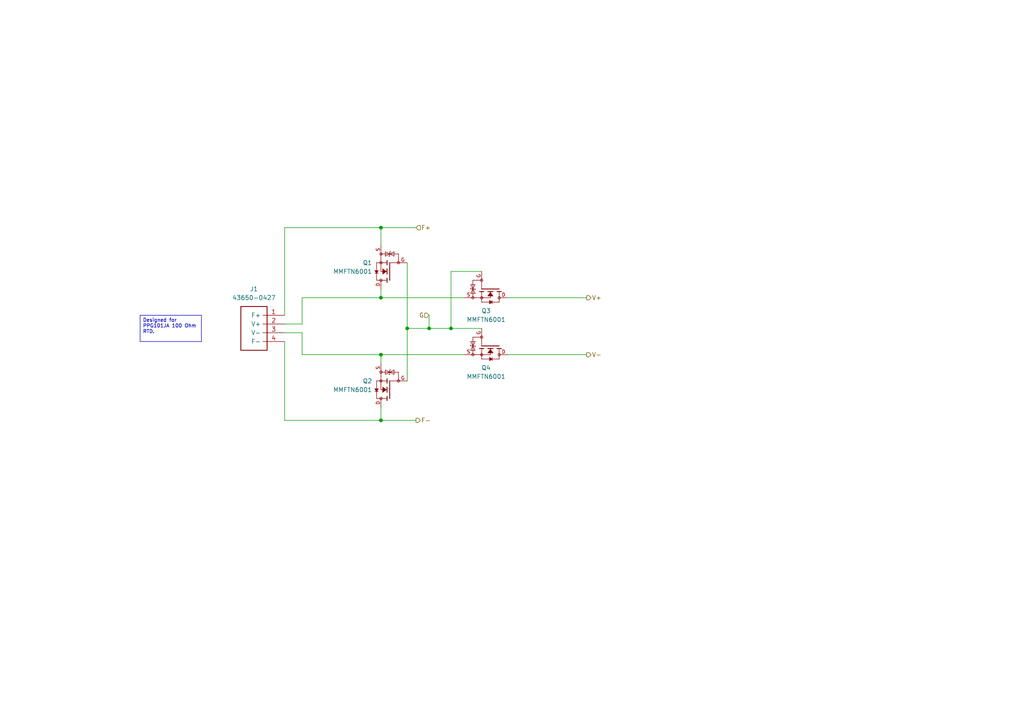
<source format=kicad_sch>
(kicad_sch (version 20231120) (generator "eeschema") (generator_version "8.0")
  (paper "A4")
  (lib_symbols
    (symbol "43650-0427:43650-0427"
      (property "Reference" "J" (at 16.51 7.62 0))
      (property "Value" "43650-0427" (at 16.51 5.08 0))
      (symbol "43650-0427_1_1"
        (rectangle (start 5.08 2.54) (end 12.7 -10.16) (stroke (width 0.254)))
        (pin passive line (at 0 -7.62 0) (length 6.35) (name "F+") (number "1"))
        (pin passive line (at 0 -5.08 0) (length 6.35) (name "V+") (number "2"))
        (pin passive line (at 0 -2.54 0) (length 6.35) (name "V-") (number "3"))
        (pin passive line (at 0 0 0) (length 6.35) (name "F-") (number "4"))
      )
    )
    (symbol "MMFTN6001_1" (pin_names (offset 1.016))
      (property "Reference" "Q2" (at 5.08 0.0255 0))
      (property "Value" "MMFTN6001" (at 5.08 -2.5145 0))
      (symbol "MMFTN6001_1_0_0"
        (circle (center -2.54 -2.54) (radius 0.3592))
        (polyline (pts (xy -2.54 -5.08) (xy 2.54 -5.08)) (stroke (width 0.1524)))
        (polyline (pts (xy -2.54 -2.54) (xy -2.54 -5.08)) (stroke (width 0.1524)))
        (polyline (pts (xy -2.54 -2.54) (xy 0 -2.54)) (stroke (width 0.1524)))
        (polyline (pts (xy -1.27 -5.715) (xy 0 -5.08)) (stroke (width 0.1524)))
        (polyline (pts (xy -1.27 -4.445) (xy -1.27 -5.715)) (stroke (width 0.1524)))
        (polyline (pts (xy 0 -5.715) (xy -0.3175 -5.715)) (stroke (width 0.1524)))
        (polyline (pts (xy 0 -5.08) (xy -1.27 -4.445)) (stroke (width 0.1524)))
        (polyline (pts (xy 0 -5.08) (xy 1.27 -4.445)) (stroke (width 0.1524)))
        (polyline (pts (xy 0 -4.445) (xy 0 -5.715)) (stroke (width 0.1524)))
        (polyline (pts (xy 0 -4.445) (xy 0.3175 -4.445)) (stroke (width 0.1524)))
        (polyline (pts (xy 0 2.54) (xy 0 -2.54)) (stroke (width 0.254)))
        (polyline (pts (xy 0.762 -2.54) (xy 0.762 -3.175)) (stroke (width 0.254)))
        (polyline (pts (xy 0.762 -1.905) (xy 0.762 -2.54)) (stroke (width 0.254)))
        (polyline (pts (xy 0.762 0) (xy 0.762 -0.762)) (stroke (width 0.254)))
        (polyline (pts (xy 0.762 0) (xy 2.54 0)) (stroke (width 0.1524)))
        (polyline (pts (xy 0.762 0.762) (xy 0.762 0)) (stroke (width 0.254)))
        (polyline (pts (xy 0.762 2.54) (xy 0.762 1.905)) (stroke (width 0.254)))
        (polyline (pts (xy 0.762 2.54) (xy 3.81 2.54)) (stroke (width 0.1524)))
        (polyline (pts (xy 0.762 3.175) (xy 0.762 2.54)) (stroke (width 0.254)))
        (polyline (pts (xy 1.27 -5.715) (xy 0 -5.08)) (stroke (width 0.1524)))
        (polyline (pts (xy 1.27 -4.445) (xy 1.27 -5.715)) (stroke (width 0.1524)))
        (polyline (pts (xy 2.54 -5.08) (xy 2.54 -2.54)) (stroke (width 0.1524)))
        (polyline (pts (xy 2.54 -2.54) (xy 0.762 -2.54)) (stroke (width 0.1524)))
        (polyline (pts (xy 2.54 -2.54) (xy 3.81 -2.54)) (stroke (width 0.1524)))
        (polyline (pts (xy 2.54 0) (xy 2.54 -2.54)) (stroke (width 0.1524)))
        (polyline (pts (xy 3.81 0.508) (xy 3.302 0.508)) (stroke (width 0.1524)))
        (polyline (pts (xy 3.81 0.508) (xy 3.81 -2.54)) (stroke (width 0.1524)))
        (polyline (pts (xy 3.81 2.54) (xy 3.81 0.508)) (stroke (width 0.1524)))
        (polyline (pts (xy 4.318 0.508) (xy 3.81 0.508)) (stroke (width 0.1524)))
        (polyline (pts (xy 1.016 0) (xy 2.032 0.762) (xy 2.032 -0.762) (xy 1.016 0)) (stroke (width 0.1524)) (fill (type outline)))
        (polyline (pts (xy 3.81 0.508) (xy 3.302 -0.254) (xy 4.318 -0.254) (xy 3.81 0.508)) (stroke (width 0.1524)) (fill (type outline)))
        (circle (center 2.54 -5.08) (radius 0.3592))
        (circle (center 2.54 -2.54) (radius 0.3592))
        (circle (center 2.54 2.54) (radius 0.3592))
      )
      (symbol "MMFTN6001_1_1_0"
        (pin passive line (at 2.54 5.08 270) (length 2.54) (name "~") (number "D"))
        (pin passive line (at -5.08 -2.54 0) (length 2.54) (name "~") (number "G"))
        (pin passive line (at 2.54 -7.62 90) (length 2.54) (name "~") (number "S"))
      )
    )
  )
  (junction (at 124.46 95.25))
  (junction (at 110.49 121.92))
  (junction (at 110.49 66.04))
  (junction (at 118.11 95.25))
  (junction (at 130.81 95.25))
  (junction (at 110.49 102.87))
  (junction (at 110.49 86.36))
  (wire (pts (xy 87.63 86.36) (xy 110.49 86.36)))
  (wire (pts (xy 110.49 118.11) (xy 110.49 121.92)))
  (wire (pts (xy 110.49 121.92) (xy 120.65 121.92)))
  (wire (pts (xy 82.55 121.92) (xy 110.49 121.92)))
  (wire (pts (xy 110.49 102.87) (xy 134.62 102.87)))
  (wire (pts (xy 110.49 86.36) (xy 134.62 86.36)))
  (wire (pts (xy 82.55 96.52) (xy 87.63 96.52)))
  (wire (pts (xy 147.32 102.87) (xy 170.18 102.87)))
  (wire (pts (xy 110.49 102.87) (xy 110.49 105.41)))
  (wire (pts (xy 147.32 86.36) (xy 170.18 86.36)))
  (wire (pts (xy 124.46 91.44) (xy 124.46 95.25)))
  (wire (pts (xy 118.11 95.25) (xy 124.46 95.25)))
  (wire (pts (xy 87.63 93.98) (xy 82.55 93.98)))
  (wire (pts (xy 82.55 91.44) (xy 82.55 66.04)))
  (wire (pts (xy 130.81 95.25) (xy 139.7 95.25)))
  (wire (pts (xy 82.55 99.06) (xy 82.55 121.92)))
  (wire (pts (xy 87.63 86.36) (xy 87.63 93.98)))
  (wire (pts (xy 130.81 78.74) (xy 139.7 78.74)))
  (wire (pts (xy 87.63 102.87) (xy 110.49 102.87)))
  (wire (pts (xy 118.11 76.2) (xy 118.11 95.25)))
  (wire (pts (xy 82.55 66.04) (xy 110.49 66.04)))
  (wire (pts (xy 130.81 95.25) (xy 130.81 78.74)))
  (wire (pts (xy 110.49 66.04) (xy 120.65 66.04)))
  (wire (pts (xy 110.49 83.82) (xy 110.49 86.36)))
  (wire (pts (xy 124.46 95.25) (xy 130.81 95.25)))
  (wire (pts (xy 87.63 102.87) (xy 87.63 96.52)))
  (wire (pts (xy 118.11 95.25) (xy 118.11 110.49)))
  (wire (pts (xy 110.49 66.04) (xy 110.49 71.12)))
  (text_box "Designed for PPG101JA 100 Ohm RTD." (at 40.64 91.44 0) (size 17.78 7.62) (effects (font (size 1.016 1.016)) (justify left top)))
  (hierarchical_label "V+" (shape output) (at 170.18 86.36 0))
  (hierarchical_label "G" (shape input) (at 124.46 91.44 180))
  (hierarchical_label "F+" (shape input) (at 120.65 66.04 0))
  (hierarchical_label "F-" (shape output) (at 120.65 121.92 0))
  (hierarchical_label "V-" (shape output) (at 170.18 102.87 0))
  (symbol (lib_id "43650-0427:43650-0427") (at 82.55 99.06 180) (unit 1)
    (property "Reference" "J1" (at 73.66 83.82 0))
    (property "Value" "43650-0427" (at 73.66 86.36 0))
    (property "Footprint" "43650-04YY_272829" (effects (hide yes)))
    (property "Datasheet" "https://www.molex.com/pdm_docs/sd/436500227_sd.pdf" (effects (hide yes)))
    (property "Description" "Micro-Fit 3.0 Vertical Header, 3.00mm Pitch, Single Row, 4 Circuits, with PCB Polarizing Peg, Glow-Wire Capable, Black" (effects (hide yes)))
    (property "Height" "9.9" (effects (hide yes)))
    (property "Mouser Part Number" "538-43650-0427" (effects (hide yes)))
    (property "Mouser Price/Stock" "https://www.mouser.co.uk/ProductDetail/Molex/43650-0427?qs=yYVs2tXBqMNbk6Zhnc0cBQ%3D%3D" (effects (hide yes)))
    (property "Manufacturer_Name" "Molex" (effects (hide yes)))
    (property "Manufacturer_Part_Number" "43650-0427" (effects (hide yes)))
    (instances (project "blackbody_a" (path "" (reference "J1") (unit 1)) (path "" (reference "J4") (unit 1)) (path "" (reference "J8") (unit 1)) (path "" (reference "J5") (unit 1)) (path "" (reference "J6") (unit 1)) (path "" (reference "J2") (unit 1)) (path "" (reference "J7") (unit 1)) (path "" (reference "J3") (unit 1))))
  )
  (symbol (lib_name "MMFTN6001_1") (lib_id "MMFTN6001:MMFTN6001") (at 113.03 113.03 180) (unit 1)
    (property "Reference" "Q2" (at 107.95 110.5153 0) (effects (justify left)))
    (property "Value" "MMFTN6001" (at 107.95 113.0553 0) (effects (justify left)))
    (property "Footprint" "MMFTN6001:TRANS_MMFTN6001" (effects (hide yes)))
    (property "MF" "Diotec Semiconductor" (effects (hide yes)))
    (property "MAXIMUM_PACKAGE_HEIGHT" "1.2mm" (effects (hide yes)))
    (property "Package" "SOT-23 Diotec" (effects (hide yes)))
    (property "Price" "None" (effects (hide yes)))
    (property "Check_prices" "https://www.snapeda.com/parts/MMFTN6001/Diotec/view-part/?ref=eda" (effects (hide yes)))
    (property "STANDARD" "Manufacturer Recommendations" (effects (hide yes)))
    (property "PARTREV" "2022-12-02" (effects (hide yes)))
    (property "SnapEDA_Link" "https://www.snapeda.com/parts/MMFTN6001/Diotec/view-part/?ref=snap" (effects (hide yes)))
    (property "MP" "MMFTN6001" (effects (hide yes)))
    (property "Purchase-URL" "https://www.snapeda.com/api/url_track_click_mouser/?unipart_id=7239563&manufacturer=Diotec Semiconductor&part_name=MMFTN6001&search_term=None" (effects (hide yes)))
    (property "Description_1" "\nMOSFET, SOT-23, N, 60V, 0.44A, 2Ω, 150°C\n" (effects (hide yes)))
    (property "Availability" "In Stock" (effects (hide yes)))
    (property "MANUFACTURER" "Diotec Semiconductor" (effects (hide yes)))
    (instances (project "blackbody_a" (path "" (reference "Q2") (unit 1)) (path "" (reference "Q14") (unit 1)) (path "" (reference "Q30") (unit 1)) (path "" (reference "Q18") (unit 1)) (path "" (reference "Q22") (unit 1)) (path "" (reference "Q6") (unit 1)) (path "" (reference "Q26") (unit 1)) (path "" (reference "Q10") (unit 1))))
  )
  (symbol (lib_name "MMFTN6001_1") (lib_id "MMFTN6001:MMFTN6001") (at 142.24 100.33 270) (unit 1)
    (property "Reference" "Q4" (at 140.9954 106.68 90))
    (property "Value" "MMFTN6001" (at 140.9954 109.22 90))
    (property "Footprint" "MMFTN6001:TRANS_MMFTN6001" (effects (hide yes)))
    (property "MF" "Diotec Semiconductor" (effects (hide yes)))
    (property "MAXIMUM_PACKAGE_HEIGHT" "1.2mm" (effects (hide yes)))
    (property "Package" "SOT-23 Diotec" (effects (hide yes)))
    (property "Price" "None" (effects (hide yes)))
    (property "Check_prices" "https://www.snapeda.com/parts/MMFTN6001/Diotec/view-part/?ref=eda" (effects (hide yes)))
    (property "STANDARD" "Manufacturer Recommendations" (effects (hide yes)))
    (property "PARTREV" "2022-12-02" (effects (hide yes)))
    (property "SnapEDA_Link" "https://www.snapeda.com/parts/MMFTN6001/Diotec/view-part/?ref=snap" (effects (hide yes)))
    (property "MP" "MMFTN6001" (effects (hide yes)))
    (property "Purchase-URL" "https://www.snapeda.com/api/url_track_click_mouser/?unipart_id=7239563&manufacturer=Diotec Semiconductor&part_name=MMFTN6001&search_term=None" (effects (hide yes)))
    (property "Description_1" "\nMOSFET, SOT-23, N, 60V, 0.44A, 2Ω, 150°C\n" (effects (hide yes)))
    (property "Availability" "In Stock" (effects (hide yes)))
    (property "MANUFACTURER" "Diotec Semiconductor" (effects (hide yes)))
    (instances (project "blackbody_a" (path "" (reference "Q4") (unit 1)) (path "" (reference "Q16") (unit 1)) (path "" (reference "Q32") (unit 1)) (path "" (reference "Q20") (unit 1)) (path "" (reference "Q24") (unit 1)) (path "" (reference "Q7") (unit 1)) (path "" (reference "Q28") (unit 1)) (path "" (reference "Q12") (unit 1))))
  )
  (symbol (lib_name "MMFTN6001_1") (lib_id "MMFTN6001:MMFTN6001") (at 142.24 83.82 270) (unit 1)
    (property "Reference" "Q3" (at 140.9954 90.17 90))
    (property "Value" "MMFTN6001" (at 140.9954 92.71 90))
    (property "Footprint" "MMFTN6001:TRANS_MMFTN6001" (effects (hide yes)))
    (property "MF" "Diotec Semiconductor" (effects (hide yes)))
    (property "MAXIMUM_PACKAGE_HEIGHT" "1.2mm" (effects (hide yes)))
    (property "Package" "SOT-23 Diotec" (effects (hide yes)))
    (property "Price" "None" (effects (hide yes)))
    (property "Check_prices" "https://www.snapeda.com/parts/MMFTN6001/Diotec/view-part/?ref=eda" (effects (hide yes)))
    (property "STANDARD" "Manufacturer Recommendations" (effects (hide yes)))
    (property "PARTREV" "2022-12-02" (effects (hide yes)))
    (property "SnapEDA_Link" "https://www.snapeda.com/parts/MMFTN6001/Diotec/view-part/?ref=snap" (effects (hide yes)))
    (property "MP" "MMFTN6001" (effects (hide yes)))
    (property "Purchase-URL" "https://www.snapeda.com/api/url_track_click_mouser/?unipart_id=7239563&manufacturer=Diotec Semiconductor&part_name=MMFTN6001&search_term=None" (effects (hide yes)))
    (property "Description_1" "\nMOSFET, SOT-23, N, 60V, 0.44A, 2Ω, 150°C\n" (effects (hide yes)))
    (property "Availability" "In Stock" (effects (hide yes)))
    (property "MANUFACTURER" "Diotec Semiconductor" (effects (hide yes)))
    (instances (project "blackbody_a" (path "" (reference "Q3") (unit 1)) (path "" (reference "Q15") (unit 1)) (path "" (reference "Q31") (unit 1)) (path "" (reference "Q19") (unit 1)) (path "" (reference "Q23") (unit 1)) (path "" (reference "Q8") (unit 1)) (path "" (reference "Q27") (unit 1)) (path "" (reference "Q11") (unit 1))))
  )
  (symbol (lib_name "MMFTN6001_1") (lib_id "MMFTN6001:MMFTN6001") (at 113.03 78.74 180) (unit 1)
    (property "Reference" "Q1" (at 107.95 76.2253 0) (effects (justify left)))
    (property "Value" "MMFTN6001" (at 107.95 78.7653 0) (effects (justify left)))
    (property "Footprint" "MMFTN6001:TRANS_MMFTN6001" (effects (hide yes)))
    (property "MF" "Diotec Semiconductor" (effects (hide yes)))
    (property "MAXIMUM_PACKAGE_HEIGHT" "1.2mm" (effects (hide yes)))
    (property "Package" "SOT-23 Diotec" (effects (hide yes)))
    (property "Price" "None" (effects (hide yes)))
    (property "Check_prices" "https://www.snapeda.com/parts/MMFTN6001/Diotec/view-part/?ref=eda" (effects (hide yes)))
    (property "STANDARD" "Manufacturer Recommendations" (effects (hide yes)))
    (property "PARTREV" "2022-12-02" (effects (hide yes)))
    (property "SnapEDA_Link" "https://www.snapeda.com/parts/MMFTN6001/Diotec/view-part/?ref=snap" (effects (hide yes)))
    (property "MP" "MMFTN6001" (effects (hide yes)))
    (property "Purchase-URL" "https://www.snapeda.com/api/url_track_click_mouser/?unipart_id=7239563&manufacturer=Diotec Semiconductor&part_name=MMFTN6001&search_term=None" (effects (hide yes)))
    (property "Description_1" "\nMOSFET, SOT-23, N, 60V, 0.44A, 2Ω, 150°C\n" (effects (hide yes)))
    (property "Availability" "In Stock" (effects (hide yes)))
    (property "MANUFACTURER" "Diotec Semiconductor" (effects (hide yes)))
    (instances (project "blackbody_a" (path "" (reference "Q1") (unit 1)) (path "" (reference "Q13") (unit 1)) (path "" (reference "Q29") (unit 1)) (path "" (reference "Q17") (unit 1)) (path "" (reference "Q21") (unit 1)) (path "" (reference "Q5") (unit 1)) (path "" (reference "Q25") (unit 1)) (path "" (reference "Q9") (unit 1))))
  )
)
</source>
